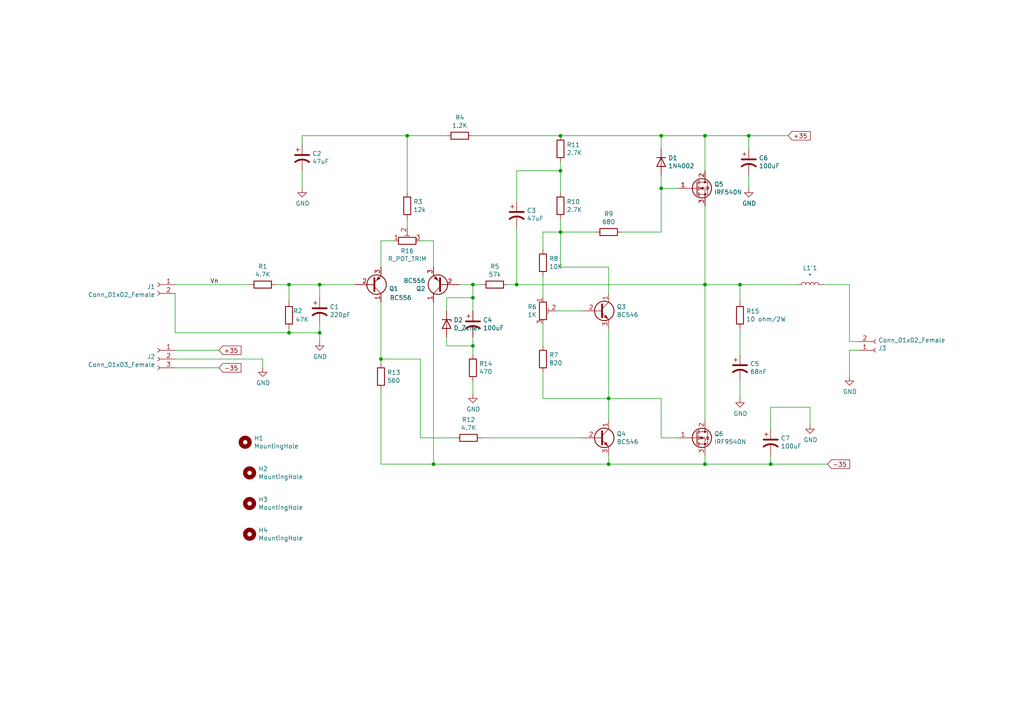
<source format=kicad_sch>
(kicad_sch (version 20211123) (generator eeschema)
  (paper "A4")
  (title_block (title "Sistema audio completo") (date "2022-04-08") (company "Prati Lucas"))
  (lib_symbols
    (symbol "Connector:Conn_01x02_Female" (pin_names (offset 1.016) hide)
      (property "Reference" "J" (at 0 2.54 0))
      (property "Value" "Conn_01x02_Female" (at 0 -5.08 0))
      (symbol "Conn_01x02_Female_1_1"
        (arc (start 0 -2.032) (mid -0.508 -2.54) (end 0 -3.048) (stroke (width 0.1524)))
        (polyline (pts (xy -1.27 -2.54) (xy -0.508 -2.54)) (stroke (width 0.1524)))
        (polyline (pts (xy -1.27 0) (xy -0.508 0)) (stroke (width 0.1524)))
        (arc (start 0 0.508) (mid -0.508 0) (end 0 -0.508) (stroke (width 0.1524)))
        (pin passive line (at -5.08 0 0) (length 3.81) (name "Pin_1") (number "1"))
        (pin passive line (at -5.08 -2.54 0) (length 3.81) (name "Pin_2") (number "2"))
      )
    )
    (symbol "Connector:Conn_01x03_Female" (pin_names (offset 1.016) hide)
      (property "Reference" "J" (at 0 5.08 0))
      (property "Value" "Conn_01x03_Female" (at 0 -5.08 0))
      (symbol "Conn_01x03_Female_1_1"
        (arc (start 0 -2.032) (mid -0.508 -2.54) (end 0 -3.048) (stroke (width 0.1524)))
        (polyline (pts (xy -1.27 -2.54) (xy -0.508 -2.54)) (stroke (width 0.1524)))
        (polyline (pts (xy -1.27 0) (xy -0.508 0)) (stroke (width 0.1524)))
        (polyline (pts (xy -1.27 2.54) (xy -0.508 2.54)) (stroke (width 0.1524)))
        (arc (start 0 0.508) (mid -0.508 0) (end 0 -0.508) (stroke (width 0.1524)))
        (arc (start 0 3.048) (mid -0.508 2.54) (end 0 2.032) (stroke (width 0.1524)))
        (pin passive line (at -5.08 2.54 0) (length 3.81) (name "Pin_1") (number "1"))
        (pin passive line (at -5.08 0 0) (length 3.81) (name "Pin_2") (number "2"))
        (pin passive line (at -5.08 -2.54 0) (length 3.81) (name "Pin_3") (number "3"))
      )
    )
    (symbol "Device:D_Zener" (pin_numbers hide) (pin_names (offset 1.016) hide)
      (property "Reference" "D" (at 0 2.54 0))
      (property "Value" "D_Zener" (at 0 -2.54 0))
      (symbol "D_Zener_0_1"
        (polyline (pts (xy 1.27 0) (xy -1.27 0)))
        (polyline (pts (xy -1.27 -1.27) (xy -1.27 1.27) (xy -0.762 1.27)) (stroke (width 0.254)))
        (polyline (pts (xy 1.27 -1.27) (xy 1.27 1.27) (xy -1.27 0) (xy 1.27 -1.27)) (stroke (width 0.254)))
      )
      (symbol "D_Zener_1_1"
        (pin passive line (at -3.81 0 0) (length 2.54) (name "K") (number "1"))
        (pin passive line (at 3.81 0 180) (length 2.54) (name "A") (number "2"))
      )
    )
    (symbol "Device:L" (pin_numbers hide) (pin_names (offset 1.016) hide)
      (property "Reference" "L" (at -1.27 0 90))
      (property "Value" "L" (at 1.905 0 90))
      (symbol "L_0_1"
        (arc (start 0 -2.54) (mid 0.635 -1.905) (end 0 -1.27))
        (arc (start 0 -1.27) (mid 0.635 -0.635) (end 0 0))
        (arc (start 0 0) (mid 0.635 0.635) (end 0 1.27))
        (arc (start 0 1.27) (mid 0.635 1.905) (end 0 2.54))
      )
      (symbol "L_1_1"
        (pin passive line (at 0 3.81 270) (length 1.27) (name "1") (number "1"))
        (pin passive line (at 0 -3.81 90) (length 1.27) (name "2") (number "2"))
      )
    )
    (symbol "Device:R" (pin_numbers hide) (pin_names (offset 0))
      (property "Reference" "R" (at 2.032 0 90))
      (property "Value" "R" (at 0 0 90))
      (symbol "R_0_1"
        (rectangle (start -1.016 -2.54) (end 1.016 2.54) (stroke (width 0.254)))
      )
      (symbol "R_1_1"
        (pin passive line (at 0 3.81 270) (length 1.27) (name "~") (number "1"))
        (pin passive line (at 0 -3.81 90) (length 1.27) (name "~") (number "2"))
      )
    )
    (symbol "Diode:1N4002" (pin_numbers hide) (pin_names hide)
      (property "Reference" "D" (at 0 2.54 0))
      (property "Value" "1N4002" (at 0 -2.54 0))
      (symbol "1N4002_0_1"
        (polyline (pts (xy -1.27 1.27) (xy -1.27 -1.27)) (stroke (width 0.254)))
        (polyline (pts (xy 1.27 0) (xy -1.27 0)))
        (polyline (pts (xy 1.27 1.27) (xy 1.27 -1.27) (xy -1.27 0) (xy 1.27 1.27)) (stroke (width 0.254)))
      )
      (symbol "1N4002_1_1"
        (pin passive line (at -3.81 0 0) (length 2.54) (name "K") (number "1"))
        (pin passive line (at 3.81 0 180) (length 2.54) (name "A") (number "2"))
      )
    )
    (symbol "Mechanical:MountingHole" (pin_names (offset 1.016))
      (property "Reference" "H" (at 0 5.08 0))
      (property "Value" "MountingHole" (at 0 3.175 0))
      (symbol "MountingHole_0_1"
        (circle (center 0 0) (radius 1.27) (stroke (width 1.27)))
      )
    )
    (symbol "Sistema-audio-completo-Prati-rescue:CP1-Device" (pin_numbers hide) (pin_names (offset 0.254) hide)
      (property "Reference" "C" (at 0.635 2.54 0))
      (property "Value" "CP1-Device" (at 0.635 -2.54 0))
      (symbol "CP1-Device_0_1"
        (polyline (pts (xy -2.032 0.762) (xy 2.032 0.762)) (stroke (width 0.508)))
        (polyline (pts (xy -1.778 2.286) (xy -0.762 2.286)))
        (polyline (pts (xy -1.27 1.778) (xy -1.27 2.794)))
        (arc (start 2.032 -1.27) (mid 0 -0.5572) (end -2.032 -1.27) (stroke (width 0.508)))
      )
      (symbol "CP1-Device_1_1"
        (pin passive line (at 0 3.81 270) (length 2.794) (name "~") (number "1"))
        (pin passive line (at 0 -3.81 90) (length 3.302) (name "~") (number "2"))
      )
    )
    (symbol "Sistema-audio-completo-Prati-rescue:R_POT_TRIM-Device" (pin_names (offset 1.016) hide)
      (property "Reference" "RV" (at -4.445 0 90))
      (property "Value" "R_POT_TRIM-Device" (at -2.54 0 90))
      (symbol "R_POT_TRIM-Device_0_1"
        (polyline (pts (xy 1.524 0.762) (xy 1.524 -0.762)))
        (polyline (pts (xy 2.54 0) (xy 1.524 0)))
        (rectangle (start 1.016 2.54) (end -1.016 -2.54) (stroke (width 0.254)))
      )
      (symbol "R_POT_TRIM-Device_1_1"
        (pin passive line (at 0 3.81 270) (length 1.27) (name "1") (number "1"))
        (pin passive line (at 3.81 0 180) (length 1.27) (name "2") (number "2"))
        (pin passive line (at 0 -3.81 90) (length 1.27) (name "3") (number "3"))
      )
    )
    (symbol "Transistor_BJT:BC546" (pin_names (offset 0) hide)
      (property "Reference" "Q" (at 5.08 1.905 0))
      (property "Value" "BC546" (at 5.08 0 0))
      (symbol "BC546_0_1"
        (polyline (pts (xy 0 0) (xy 0.635 0)))
        (polyline (pts (xy 0.635 0.635) (xy 2.54 2.54)))
        (polyline (pts (xy 0.635 -0.635) (xy 2.54 -2.54) (xy 2.54 -2.54)))
        (polyline (pts (xy 0.635 1.905) (xy 0.635 -1.905) (xy 0.635 -1.905)) (stroke (width 0.508)))
        (polyline (pts (xy 1.27 -1.778) (xy 1.778 -1.27) (xy 2.286 -2.286) (xy 1.27 -1.778) (xy 1.27 -1.778)) (fill (type outline)))
        (circle (center 1.27 0) (radius 2.8194) (stroke (width 0.254)))
      )
      (symbol "BC546_1_1"
        (pin passive line (at 2.54 5.08 270) (length 2.54) (name "C") (number "1"))
        (pin input line (at -5.08 0 0) (length 5.08) (name "B") (number "2"))
        (pin passive line (at 2.54 -5.08 90) (length 2.54) (name "E") (number "3"))
      )
    )
    (symbol "Transistor_BJT:BC556" (pin_names (offset 0) hide)
      (property "Reference" "Q" (at 5.08 1.905 0))
      (property "Value" "BC556" (at 5.08 0 0))
      (symbol "BC556_0_1"
        (polyline (pts (xy 0.635 0.635) (xy 2.54 2.54)))
        (polyline (pts (xy 0.635 -0.635) (xy 2.54 -2.54) (xy 2.54 -2.54)))
        (polyline (pts (xy 0.635 1.905) (xy 0.635 -1.905) (xy 0.635 -1.905)) (stroke (width 0.508)))
        (polyline (pts (xy 2.286 -1.778) (xy 1.778 -2.286) (xy 1.27 -1.27) (xy 2.286 -1.778) (xy 2.286 -1.778)) (fill (type outline)))
        (circle (center 1.27 0) (radius 2.8194) (stroke (width 0.254)))
      )
      (symbol "BC556_1_1"
        (pin passive line (at 2.54 5.08 270) (length 2.54) (name "C") (number "1"))
        (pin input line (at -5.08 0 0) (length 5.715) (name "B") (number "2"))
        (pin passive line (at 2.54 -5.08 90) (length 2.54) (name "E") (number "3"))
      )
    )
    (symbol "Transistor_FET:IRF540N" (pin_names hide)
      (property "Reference" "Q" (at 6.35 1.905 0))
      (property "Value" "IRF540N" (at 6.35 0 0))
      (symbol "IRF540N_0_1"
        (polyline (pts (xy 0.254 0) (xy -2.54 0)))
        (polyline (pts (xy 0.254 1.905) (xy 0.254 -1.905)) (stroke (width 0.254)))
        (polyline (pts (xy 0.762 -1.27) (xy 0.762 -2.286)) (stroke (width 0.254)))
        (polyline (pts (xy 0.762 0.508) (xy 0.762 -0.508)) (stroke (width 0.254)))
        (polyline (pts (xy 0.762 2.286) (xy 0.762 1.27)) (stroke (width 0.254)))
        (polyline (pts (xy 2.54 2.54) (xy 2.54 1.778)))
        (polyline (pts (xy 2.54 -2.54) (xy 2.54 0) (xy 0.762 0)))
        (polyline (pts (xy 0.762 -1.778) (xy 3.302 -1.778) (xy 3.302 1.778) (xy 0.762 1.778)))
        (polyline (pts (xy 1.016 0) (xy 2.032 0.381) (xy 2.032 -0.381) (xy 1.016 0)) (fill (type outline)))
        (polyline (pts (xy 2.794 0.508) (xy 2.921 0.381) (xy 3.683 0.381) (xy 3.81 0.254)))
        (polyline (pts (xy 3.302 0.381) (xy 2.921 -0.254) (xy 3.683 -0.254) (xy 3.302 0.381)))
        (circle (center 1.651 0) (radius 2.794) (stroke (width 0.254)))
        (circle (center 2.54 -1.778) (radius 0.254) (fill (type outline)))
        (circle (center 2.54 1.778) (radius 0.254) (fill (type outline)))
      )
      (symbol "IRF540N_1_1"
        (pin input line (at -5.08 0 0) (length 2.54) (name "G") (number "1"))
        (pin passive line (at 2.54 5.08 270) (length 2.54) (name "D") (number "2"))
        (pin passive line (at 2.54 -5.08 90) (length 2.54) (name "S") (number "3"))
      )
    )
    (symbol "Transistor_FET:IRF9540N" (pin_names hide)
      (property "Reference" "Q" (at 5.08 1.905 0))
      (property "Value" "IRF9540N" (at 5.08 0 0))
      (symbol "IRF9540N_0_1"
        (polyline (pts (xy 0.254 0) (xy -2.54 0)))
        (polyline (pts (xy 0.254 1.905) (xy 0.254 -1.905)) (stroke (width 0.254)))
        (polyline (pts (xy 0.762 -1.27) (xy 0.762 -2.286)) (stroke (width 0.254)))
        (polyline (pts (xy 0.762 0.508) (xy 0.762 -0.508)) (stroke (width 0.254)))
        (polyline (pts (xy 0.762 2.286) (xy 0.762 1.27)) (stroke (width 0.254)))
        (polyline (pts (xy 2.54 2.54) (xy 2.54 1.778)))
        (polyline (pts (xy 2.54 -2.54) (xy 2.54 0) (xy 0.762 0)))
        (polyline (pts (xy 0.762 1.778) (xy 3.302 1.778) (xy 3.302 -1.778) (xy 0.762 -1.778)))
        (polyline (pts (xy 2.286 0) (xy 1.27 0.381) (xy 1.27 -0.381) (xy 2.286 0)) (fill (type outline)))
        (polyline (pts (xy 2.794 -0.508) (xy 2.921 -0.381) (xy 3.683 -0.381) (xy 3.81 -0.254)))
        (polyline (pts (xy 3.302 -0.381) (xy 2.921 0.254) (xy 3.683 0.254) (xy 3.302 -0.381)))
        (circle (center 1.651 0) (radius 2.794) (stroke (width 0.254)))
        (circle (center 2.54 -1.778) (radius 0.254) (fill (type outline)))
        (circle (center 2.54 1.778) (radius 0.254) (fill (type outline)))
      )
      (symbol "IRF9540N_1_1"
        (pin input line (at -5.08 0 0) (length 2.54) (name "G") (number "1"))
        (pin passive line (at 2.54 5.08 270) (length 2.54) (name "D") (number "2"))
        (pin passive line (at 2.54 -5.08 90) (length 2.54) (name "S") (number "3"))
      )
    )
    (symbol "power:GND" (power) (pin_names (offset 0))
      (property "Value" "GND" (at 0 -3.81 0))
      (symbol "GND_0_1"
        (polyline (pts (xy 0 0) (xy 0 -1.27) (xy 1.27 -1.27) (xy 0 -2.54) (xy -1.27 -1.27) (xy 0 -1.27)))
      )
      (symbol "GND_1_1"
        (pin power_in line (at 0 0 270) (length 0) hide (name "GND") (number "1"))
      )
    )
  )
  (junction (at 176.53 134.62))
  (junction (at 191.77 39.37))
  (junction (at 92.71 96.52))
  (junction (at 125.73 134.62))
  (junction (at 223.52 134.62))
  (junction (at 118.11 39.37))
  (junction (at 137.16 100.33))
  (junction (at 83.82 82.55))
  (junction (at 162.56 39.37))
  (junction (at 204.47 134.62))
  (junction (at 83.82 96.52))
  (junction (at 204.47 39.37))
  (junction (at 217.17 39.37))
  (junction (at 110.49 104.14))
  (junction (at 92.71 82.55))
  (junction (at 137.16 82.55))
  (junction (at 191.77 54.61))
  (junction (at 176.53 115.57))
  (junction (at 162.56 67.31))
  (junction (at 137.16 86.36))
  (junction (at 214.63 82.55))
  (junction (at 204.47 82.55))
  (junction (at 162.56 49.53))
  (junction (at 149.86 82.55))
  (wire (pts (xy 137.16 86.36) (xy 137.16 90.17)))
  (wire (pts (xy 217.17 43.18) (xy 217.17 39.37)))
  (wire (pts (xy 63.5 106.68) (xy 50.8 106.68)))
  (wire (pts (xy 137.16 97.79) (xy 137.16 100.33)))
  (wire (pts (xy 50.8 104.14) (xy 76.2 104.14)))
  (wire (pts (xy 118.11 66.04) (xy 118.11 63.5)))
  (wire (pts (xy 162.56 67.31) (xy 172.72 67.31)))
  (wire (pts (xy 139.7 127) (xy 168.91 127)))
  (wire (pts (xy 110.49 69.85) (xy 110.49 77.47)))
  (wire (pts (xy 114.3 69.85) (xy 110.49 69.85)))
  (wire (pts (xy 76.2 104.14) (xy 76.2 106.68)))
  (wire (pts (xy 92.71 86.36) (xy 92.71 82.55)))
  (wire (pts (xy 217.17 50.8) (xy 217.17 54.61)))
  (wire (pts (xy 161.29 90.17) (xy 168.91 90.17)))
  (wire (pts (xy 176.53 121.92) (xy 176.53 115.57)))
  (wire (pts (xy 125.73 134.62) (xy 110.49 134.62)))
  (wire (pts (xy 110.49 104.14) (xy 110.49 105.41)))
  (wire (pts (xy 162.56 77.47) (xy 162.56 67.31)))
  (wire (pts (xy 246.38 101.6) (xy 246.38 109.22)))
  (wire (pts (xy 191.77 67.31) (xy 180.34 67.31)))
  (wire (pts (xy 50.8 96.52) (xy 50.8 85.09)))
  (wire (pts (xy 83.82 95.25) (xy 83.82 96.52)))
  (wire (pts (xy 176.53 85.09) (xy 176.53 77.47)))
  (wire (pts (xy 87.63 49.53) (xy 87.63 54.61)))
  (wire (pts (xy 191.77 54.61) (xy 191.77 67.31)))
  (wire (pts (xy 214.63 95.25) (xy 214.63 102.87)))
  (wire (pts (xy 87.63 41.91) (xy 87.63 39.37)))
  (wire (pts (xy 204.47 82.55) (xy 204.47 59.69)))
  (wire (pts (xy 162.56 49.53) (xy 162.56 46.99)))
  (wire (pts (xy 50.8 82.55) (xy 72.39 82.55)))
  (wire (pts (xy 83.82 82.55) (xy 83.82 87.63)))
  (wire (pts (xy 129.54 90.17) (xy 129.54 86.36)))
  (wire (pts (xy 246.38 99.06) (xy 246.38 82.55)))
  (wire (pts (xy 137.16 82.55) (xy 137.16 86.36)))
  (wire (pts (xy 204.47 39.37) (xy 191.77 39.37)))
  (wire (pts (xy 149.86 82.55) (xy 149.86 66.04)))
  (wire (pts (xy 223.52 118.11) (xy 234.95 118.11)))
  (wire (pts (xy 234.95 118.11) (xy 234.95 123.19)))
  (wire (pts (xy 191.77 115.57) (xy 176.53 115.57)))
  (wire (pts (xy 83.82 96.52) (xy 50.8 96.52)))
  (wire (pts (xy 214.63 82.55) (xy 231.14 82.55)))
  (wire (pts (xy 139.7 82.55) (xy 137.16 82.55)))
  (wire (pts (xy 162.56 55.88) (xy 162.56 49.53)))
  (wire (pts (xy 176.53 77.47) (xy 162.56 77.47)))
  (wire (pts (xy 157.48 72.39) (xy 157.48 67.31)))
  (wire (pts (xy 162.56 63.5) (xy 162.56 67.31)))
  (wire (pts (xy 50.8 101.6) (xy 63.5 101.6)))
  (wire (pts (xy 149.86 49.53) (xy 162.56 49.53)))
  (wire (pts (xy 129.54 86.36) (xy 137.16 86.36)))
  (wire (pts (xy 196.85 127) (xy 191.77 127)))
  (wire (pts (xy 157.48 80.01) (xy 157.48 86.36)))
  (wire (pts (xy 129.54 100.33) (xy 137.16 100.33)))
  (wire (pts (xy 217.17 39.37) (xy 204.47 39.37)))
  (wire (pts (xy 118.11 39.37) (xy 129.54 39.37)))
  (wire (pts (xy 223.52 134.62) (xy 204.47 134.62)))
  (wire (pts (xy 204.47 82.55) (xy 214.63 82.55)))
  (wire (pts (xy 176.53 95.25) (xy 176.53 115.57)))
  (wire (pts (xy 147.32 82.55) (xy 149.86 82.55)))
  (wire (pts (xy 137.16 110.49) (xy 137.16 114.3)))
  (wire (pts (xy 191.77 43.18) (xy 191.77 39.37)))
  (wire (pts (xy 110.49 87.63) (xy 110.49 104.14)))
  (wire (pts (xy 92.71 82.55) (xy 83.82 82.55)))
  (wire (pts (xy 228.6 39.37) (xy 217.17 39.37)))
  (wire (pts (xy 149.86 82.55) (xy 204.47 82.55)))
  (wire (pts (xy 248.92 101.6) (xy 246.38 101.6)))
  (wire (pts (xy 92.71 93.98) (xy 92.71 96.52)))
  (wire (pts (xy 121.92 69.85) (xy 125.73 69.85)))
  (wire (pts (xy 133.35 82.55) (xy 137.16 82.55)))
  (wire (pts (xy 137.16 39.37) (xy 162.56 39.37)))
  (wire (pts (xy 125.73 134.62) (xy 176.53 134.62)))
  (wire (pts (xy 191.77 50.8) (xy 191.77 54.61)))
  (wire (pts (xy 137.16 100.33) (xy 137.16 102.87)))
  (wire (pts (xy 223.52 132.08) (xy 223.52 134.62)))
  (wire (pts (xy 118.11 55.88) (xy 118.11 39.37)))
  (wire (pts (xy 149.86 58.42) (xy 149.86 49.53)))
  (wire (pts (xy 176.53 115.57) (xy 157.48 115.57)))
  (wire (pts (xy 191.77 127) (xy 191.77 115.57)))
  (wire (pts (xy 125.73 87.63) (xy 125.73 134.62)))
  (wire (pts (xy 157.48 67.31) (xy 162.56 67.31)))
  (wire (pts (xy 80.01 82.55) (xy 83.82 82.55)))
  (wire (pts (xy 214.63 115.57) (xy 214.63 110.49)))
  (wire (pts (xy 196.85 54.61) (xy 191.77 54.61)))
  (wire (pts (xy 204.47 121.92) (xy 204.47 82.55)))
  (wire (pts (xy 176.53 134.62) (xy 204.47 134.62)))
  (wire (pts (xy 214.63 87.63) (xy 214.63 82.55)))
  (wire (pts (xy 223.52 118.11) (xy 223.52 124.46)))
  (wire (pts (xy 125.73 77.47) (xy 125.73 69.85)))
  (wire (pts (xy 92.71 99.06) (xy 92.71 96.52)))
  (wire (pts (xy 121.92 127) (xy 121.92 104.14)))
  (wire (pts (xy 157.48 115.57) (xy 157.48 107.95)))
  (wire (pts (xy 204.47 132.08) (xy 204.47 134.62)))
  (wire (pts (xy 204.47 49.53) (xy 204.47 39.37)))
  (wire (pts (xy 92.71 96.52) (xy 83.82 96.52)))
  (wire (pts (xy 248.92 99.06) (xy 246.38 99.06)))
  (wire (pts (xy 121.92 104.14) (xy 110.49 104.14)))
  (wire (pts (xy 176.53 132.08) (xy 176.53 134.62)))
  (wire (pts (xy 129.54 97.79) (xy 129.54 100.33)))
  (wire (pts (xy 157.48 100.33) (xy 157.48 93.98)))
  (wire (pts (xy 110.49 134.62) (xy 110.49 113.03)))
  (wire (pts (xy 246.38 82.55) (xy 238.76 82.55)))
  (wire (pts (xy 87.63 39.37) (xy 118.11 39.37)))
  (wire (pts (xy 132.08 127) (xy 121.92 127)))
  (wire (pts (xy 191.77 39.37) (xy 162.56 39.37)))
  (wire (pts (xy 102.87 82.55) (xy 92.71 82.55)))
  (wire (pts (xy 240.03 134.62) (xy 223.52 134.62)))
  (label "Vn" (at 60.96 82.55 0))
  (global_label "-35" (shape input) (at 63.5 106.68 0) (property "Intersheet References" "${INTERSHEET_REFS}" (effects hide)))
  (global_label "-35" (shape input) (at 240.03 134.62 0) (property "Intersheet References" "${INTERSHEET_REFS}" (effects hide)))
  (global_label "+35" (shape input) (at 63.5 101.6 0) (property "Intersheet References" "${INTERSHEET_REFS}" (effects hide)))
  (global_label "+35" (shape input) (at 228.6 39.37 0) (property "Intersheet References" "${INTERSHEET_REFS}" (effects hide)))
  (symbol (lib_id "Connector:Conn_01x02_Female") (at 45.72 82.55 0) (mirror y) (unit 1)
    (property "Reference" "J1" (at 45.0088 83.1596 0) (effects (justify left)))
    (property "Value" "Conn_01x02_Female" (at 45.0088 85.471 0) (effects (justify left)))
    (property "Footprint" "Connector_JST:JST_NV_B02P-NV_1x02_P5.00mm_Vertical" (effects hide))
  )
  (symbol (lib_id "Connector:Conn_01x03_Female") (at 45.72 104.14 0) (mirror y) (unit 1)
    (property "Reference" "J2" (at 45.0088 103.4796 0) (effects (justify left)))
    (property "Value" "Conn_01x03_Female" (at 45.0088 105.791 0) (effects (justify left)))
    (property "Footprint" "Connector_JST:JST_NV_B03P-NV_1x03_P5.00mm_Vertical" (effects hide))
  )
  (symbol (lib_id "Device:R") (at 76.2 82.55 270) (unit 1)
    (property "Reference" "R1" (at 76.2 77.2922 90))
    (property "Value" "4.7K" (at 76.2 79.6036 90))
    (property "Footprint" "Resistor_THT:R_Axial_DIN0309_L9.0mm_D3.2mm_P12.70mm_Horizontal" (effects hide))
  )
  (symbol (lib_id "Device:R") (at 133.35 39.37 270) (unit 1)
    (property "Reference" "R4" (at 133.35 34.1122 90))
    (property "Value" "1.2K" (at 133.35 36.4236 90))
    (property "Footprint" "Resistor_THT:R_Axial_DIN0309_L9.0mm_D3.2mm_P12.70mm_Horizontal" (effects hide))
  )
  (symbol (lib_id "Device:R") (at 157.48 104.14 180) (unit 1)
    (property "Reference" "R7" (at 159.258 102.9716 0) (effects (justify right)))
    (property "Value" "820" (at 159.258 105.283 0) (effects (justify right)))
    (property "Footprint" "Resistor_THT:R_Axial_DIN0309_L9.0mm_D3.2mm_P12.70mm_Horizontal" (effects hide))
  )
  (symbol (lib_id "Device:R") (at 83.82 91.44 180) (unit 1)
    (property "Reference" "R2" (at 86.36 90.17 0))
    (property "Value" "47K" (at 87.63 92.71 0))
    (property "Footprint" "Resistor_THT:R_Axial_DIN0309_L9.0mm_D3.2mm_P12.70mm_Horizontal" (effects hide))
  )
  (symbol (lib_id "Device:R") (at 157.48 76.2 180) (unit 1)
    (property "Reference" "R8" (at 159.258 75.0316 0) (effects (justify right)))
    (property "Value" "10K" (at 159.258 77.343 0) (effects (justify right)))
    (property "Footprint" "Resistor_THT:R_Axial_DIN0309_L9.0mm_D3.2mm_P12.70mm_Horizontal" (effects hide))
  )
  (symbol (lib_id "Device:R") (at 135.89 127 270) (unit 1)
    (property "Reference" "R12" (at 135.89 121.7422 90))
    (property "Value" "4.7K" (at 135.89 124.0536 90))
    (property "Footprint" "Resistor_THT:R_Axial_DIN0309_L9.0mm_D3.2mm_P12.70mm_Horizontal" (effects hide))
  )
  (symbol (lib_id "Device:R") (at 162.56 43.18 180) (unit 1)
    (property "Reference" "R11" (at 164.338 42.0116 0) (effects (justify right)))
    (property "Value" "2.7K" (at 164.338 44.323 0) (effects (justify right)))
    (property "Footprint" "Resistor_THT:R_Axial_DIN0309_L9.0mm_D3.2mm_P12.70mm_Horizontal" (effects hide))
  )
  (symbol (lib_id "Device:R") (at 176.53 67.31 270) (unit 1)
    (property "Reference" "R9" (at 176.53 62.0522 90))
    (property "Value" "680" (at 176.53 64.3636 90))
    (property "Footprint" "Resistor_THT:R_Axial_DIN0309_L9.0mm_D3.2mm_P12.70mm_Horizontal" (effects hide))
  )
  (symbol (lib_id "Device:R") (at 143.51 82.55 270) (unit 1)
    (property "Reference" "R5" (at 143.51 77.2922 90))
    (property "Value" "57k" (at 143.51 79.6036 90))
    (property "Footprint" "Resistor_THT:R_Axial_DIN0309_L9.0mm_D3.2mm_P12.70mm_Horizontal" (effects hide))
  )
  (symbol (lib_id "Device:R") (at 118.11 59.69 0) (unit 1)
    (property "Reference" "R3" (at 119.888 58.5216 0) (effects (justify left)))
    (property "Value" "12k" (at 119.888 60.833 0) (effects (justify left)))
    (property "Footprint" "Resistor_THT:R_Axial_DIN0309_L9.0mm_D3.2mm_P12.70mm_Horizontal" (effects hide))
  )
  (symbol (lib_id "Device:R") (at 162.56 59.69 180) (unit 1)
    (property "Reference" "R10" (at 164.338 58.5216 0) (effects (justify right)))
    (property "Value" "2.7K" (at 164.338 60.833 0) (effects (justify right)))
    (property "Footprint" "Resistor_THT:R_Axial_DIN0309_L9.0mm_D3.2mm_P12.70mm_Horizontal" (effects hide))
  )
  (symbol (lib_id "Device:R") (at 110.49 109.22 180) (unit 1)
    (property "Reference" "R13" (at 112.268 108.0516 0) (effects (justify right)))
    (property "Value" "560" (at 112.268 110.363 0) (effects (justify right)))
    (property "Footprint" "Resistor_THT:R_Axial_DIN0309_L9.0mm_D3.2mm_P12.70mm_Horizontal" (effects hide))
  )
  (symbol (lib_id "Device:R") (at 137.16 106.68 180) (unit 1)
    (property "Reference" "R14" (at 138.938 105.5116 0) (effects (justify right)))
    (property "Value" "470" (at 138.938 107.823 0) (effects (justify right)))
    (property "Footprint" "Resistor_THT:R_Axial_DIN0309_L9.0mm_D3.2mm_P12.70mm_Horizontal" (effects hide))
  )
  (symbol (lib_id "Device:R") (at 214.63 91.44 180) (unit 1)
    (property "Reference" "R15" (at 216.408 90.2716 0) (effects (justify right)))
    (property "Value" "10 ohm/2W" (at 216.408 92.583 0) (effects (justify right)))
    (property "Footprint" "Resistor_THT:R_Axial_DIN0309_L9.0mm_D3.2mm_P12.70mm_Horizontal" (effects hide))
  )
  (symbol (lib_id "Transistor_BJT:BC546") (at 173.99 90.17 0) (unit 1)
    (property "Reference" "Q3" (at 178.8414 89.0016 0) (effects (justify left)))
    (property "Value" "BC546" (at 178.8414 91.313 0) (effects (justify left)))
    (property "Footprint" "Package_TO_SOT_THT:TO-92_Wide" (effects hide))
    (property "Datasheet" "https://www.onsemi.com/pub/Collateral/BC550-D.pdf" (effects hide))
  )
  (symbol (lib_id "Sistema-audio-completo-Prati-rescue:R_POT_TRIM-Device") (at 157.48 90.17 0) (unit 1)
    (property "Reference" "R6" (at 155.702 89.0016 0) (effects (justify right)))
    (property "Value" "1K" (at 155.702 91.313 0) (effects (justify right)))
    (property "Footprint" "Potentiometer_THT:Potentiometer_Bourns_3296X_Horizontal" (effects hide))
  )
  (symbol (lib_id "Transistor_BJT:BC556") (at 107.95 82.55 0) (mirror x) (unit 1)
    (property "Reference" "Q1" (at 112.8014 83.7184 0) (effects (justify left)))
    (property "Value" "BC556" (at 113.03 86.36 0) (effects (justify left)))
    (property "Footprint" "Package_TO_SOT_THT:TO-92_Wide" (effects hide))
    (property "Datasheet" "https://www.onsemi.com/pub/Collateral/BC556BTA-D.pdf" (effects hide))
  )
  (symbol (lib_id "Transistor_BJT:BC556") (at 128.27 82.55 180) (unit 1)
    (property "Reference" "Q2" (at 123.4186 83.7184 0) (effects (justify left)))
    (property "Value" "BC556" (at 123.4186 81.407 0) (effects (justify left)))
    (property "Footprint" "Package_TO_SOT_THT:TO-92_Wide" (effects hide))
    (property "Datasheet" "https://www.onsemi.com/pub/Collateral/BC556BTA-D.pdf" (effects hide))
  )
  (symbol (lib_id "Sistema-audio-completo-Prati-rescue:CP1-Device") (at 92.71 90.17 0) (unit 1)
    (property "Reference" "C1" (at 95.631 89.0016 0) (effects (justify left)))
    (property "Value" "220pF" (at 95.631 91.313 0) (effects (justify left)))
    (property "Footprint" "Capacitor_THT:C_Radial_D6.3mm_H5.0mm_P2.50mm" (effects hide))
  )
  (symbol (lib_id "Sistema-audio-completo-Prati-rescue:CP1-Device") (at 87.63 45.72 0) (unit 1)
    (property "Reference" "C2" (at 90.551 44.5516 0) (effects (justify left)))
    (property "Value" "47uF" (at 90.551 46.863 0) (effects (justify left)))
    (property "Footprint" "Capacitor_THT:C_Radial_D6.3mm_H5.0mm_P2.50mm" (effects hide))
  )
  (symbol (lib_id "power:GND") (at 87.63 54.61 0) (unit 1)
    (property "Reference" "#PWR01" (effects hide))
    (property "Value" "GND" (at 87.757 59.0042 0))
  )
  (symbol (lib_id "power:GND") (at 92.71 99.06 0) (unit 1)
    (property "Reference" "#PWR02" (effects hide))
    (property "Value" "GND" (at 92.837 103.4542 0))
  )
  (symbol (lib_id "Sistema-audio-completo-Prati-rescue:CP1-Device") (at 137.16 93.98 0) (unit 1)
    (property "Reference" "C4" (at 140.081 92.8116 0) (effects (justify left)))
    (property "Value" "100uF" (at 140.081 95.123 0) (effects (justify left)))
    (property "Footprint" "Capacitor_THT:C_Radial_D6.3mm_H5.0mm_P2.50mm" (effects hide))
  )
  (symbol (lib_id "power:GND") (at 137.16 114.3 0) (unit 1)
    (property "Reference" "#PWR03" (effects hide))
    (property "Value" "GND" (at 137.287 118.6942 0))
  )
  (symbol (lib_id "Sistema-audio-completo-Prati-rescue:CP1-Device") (at 149.86 62.23 0) (unit 1)
    (property "Reference" "C3" (at 152.781 61.0616 0) (effects (justify left)))
    (property "Value" "47uF" (at 152.781 63.373 0) (effects (justify left)))
    (property "Footprint" "Capacitor_THT:C_Radial_D6.3mm_H5.0mm_P2.50mm" (effects hide))
  )
  (symbol (lib_id "Transistor_FET:IRF540N") (at 201.93 54.61 0) (unit 1)
    (property "Reference" "Q5" (at 207.1116 53.4416 0) (effects (justify left)))
    (property "Value" "IRF540N" (at 207.1116 55.753 0) (effects (justify left)))
    (property "Footprint" "Package_TO_SOT_THT:TO-220-3_Vertical" (effects hide))
    (property "Datasheet" "http://www.irf.com/product-info/datasheets/data/irf540n.pdf" (effects hide))
  )
  (symbol (lib_id "Diode:1N4002") (at 191.77 46.99 270) (unit 1)
    (property "Reference" "D1" (at 193.802 45.8216 90) (effects (justify left)))
    (property "Value" "1N4002" (at 193.802 48.133 90) (effects (justify left)))
    (property "Footprint" "Diode_THT:D_DO-41_SOD81_P10.16mm_Horizontal" (effects hide))
    (property "Datasheet" "http://www.vishay.com/docs/88503/1n4001.pdf" (effects hide))
  )
  (symbol (lib_id "Sistema-audio-completo-Prati-rescue:CP1-Device") (at 217.17 46.99 0) (unit 1)
    (property "Reference" "C6" (at 220.091 45.8216 0) (effects (justify left)))
    (property "Value" "100uF" (at 220.091 48.133 0) (effects (justify left)))
    (property "Footprint" "Capacitor_THT:C_Radial_D6.3mm_H5.0mm_P2.50mm" (effects hide))
  )
  (symbol (lib_id "power:GND") (at 217.17 54.61 0) (unit 1)
    (property "Reference" "#PWR04" (effects hide))
    (property "Value" "GND" (at 217.297 59.0042 0))
  )
  (symbol (lib_id "Transistor_BJT:BC546") (at 173.99 127 0) (unit 1)
    (property "Reference" "Q4" (at 178.8414 125.8316 0) (effects (justify left)))
    (property "Value" "BC546" (at 178.8414 128.143 0) (effects (justify left)))
    (property "Footprint" "Package_TO_SOT_THT:TO-92_Wide" (effects hide))
    (property "Datasheet" "https://www.onsemi.com/pub/Collateral/BC550-D.pdf" (effects hide))
  )
  (symbol (lib_id "Sistema-audio-completo-Prati-rescue:CP1-Device") (at 214.63 106.68 0) (unit 1)
    (property "Reference" "C5" (at 217.551 105.5116 0) (effects (justify left)))
    (property "Value" "68nF" (at 217.551 107.823 0) (effects (justify left)))
    (property "Footprint" "Capacitor_THT:C_Radial_D6.3mm_H5.0mm_P2.50mm" (effects hide))
  )
  (symbol (lib_id "Transistor_FET:IRF9540N") (at 201.93 127 0) (unit 1)
    (property "Reference" "Q6" (at 207.1116 125.8316 0) (effects (justify left)))
    (property "Value" "IRF9540N" (at 207.1116 128.143 0) (effects (justify left)))
    (property "Footprint" "Package_TO_SOT_THT:TO-220-3_Vertical" (effects hide))
    (property "Datasheet" "http://www.irf.com/product-info/datasheets/data/irf9540n.pdf" (effects hide))
  )
  (symbol (lib_id "Connector:Conn_01x02_Female") (at 254 101.6 0) (mirror x) (unit 1)
    (property "Reference" "J3" (at 254.7112 100.9904 0) (effects (justify left)))
    (property "Value" "Conn_01x02_Female" (at 254.7112 98.679 0) (effects (justify left)))
    (property "Footprint" "Connector_JST:JST_NV_B02P-NV_1x02_P5.00mm_Vertical" (effects hide))
  )
  (symbol (lib_id "power:GND") (at 234.95 123.19 0) (unit 1)
    (property "Reference" "#PWR05" (effects hide))
    (property "Value" "GND" (at 235.077 127.5842 0))
  )
  (symbol (lib_id "Sistema-audio-completo-Prati-rescue:CP1-Device") (at 223.52 128.27 0) (unit 1)
    (property "Reference" "C7" (at 226.441 127.1016 0) (effects (justify left)))
    (property "Value" "100uF" (at 226.441 129.413 0) (effects (justify left)))
    (property "Footprint" "Capacitor_THT:C_Radial_D6.3mm_H5.0mm_P2.50mm" (effects hide))
  )
  (symbol (lib_id "power:GND") (at 214.63 115.57 0) (unit 1)
    (property "Reference" "#PWR06" (effects hide))
    (property "Value" "GND" (at 214.757 119.9642 0))
  )
  (symbol (lib_id "power:GND") (at 246.38 109.22 0) (unit 1)
    (property "Reference" "#PWR07" (effects hide))
    (property "Value" "GND" (at 246.507 113.6142 0))
  )
  (symbol (lib_id "Device:L") (at 234.95 82.55 90) (unit 1)
    (property "Reference" "L1'1" (at 234.95 77.724 90))
    (property "Value" "*" (at 234.95 80.0354 90))
    (property "Footprint" "Inductor_THT:L_Axial_L20.3mm_D12.7mm_P25.40mm_Horizontal_Vishay_IHA-201" (effects hide))
  )
  (symbol (lib_id "power:GND") (at 76.2 106.68 0) (unit 1)
    (property "Reference" "#PWR0101" (effects hide))
    (property "Value" "GND" (at 76.327 111.0742 0))
  )
  (symbol (lib_id "Mechanical:MountingHole") (at 71.12 128.27 0) (unit 1)
    (property "Reference" "H1" (at 73.66 127.1016 0) (effects (justify left)))
    (property "Value" "MountingHole" (at 73.66 129.413 0) (effects (justify left)))
    (property "Footprint" "MountingHole:MountingHole_3.2mm_M3" (effects hide))
  )
  (symbol (lib_id "Mechanical:MountingHole") (at 72.39 137.16 0) (unit 1)
    (property "Reference" "H2" (at 74.93 135.9916 0) (effects (justify left)))
    (property "Value" "MountingHole" (at 74.93 138.303 0) (effects (justify left)))
    (property "Footprint" "MountingHole:MountingHole_3.2mm_M3" (effects hide))
  )
  (symbol (lib_id "Mechanical:MountingHole") (at 72.39 154.94 0) (unit 1)
    (property "Reference" "H4" (at 74.93 153.7716 0) (effects (justify left)))
    (property "Value" "MountingHole" (at 74.93 156.083 0) (effects (justify left)))
    (property "Footprint" "MountingHole:MountingHole_3.2mm_M3" (effects hide))
  )
  (symbol (lib_id "Mechanical:MountingHole") (at 72.39 146.05 0) (unit 1)
    (property "Reference" "H3" (at 74.93 144.8816 0) (effects (justify left)))
    (property "Value" "MountingHole" (at 74.93 147.193 0) (effects (justify left)))
    (property "Footprint" "MountingHole:MountingHole_3.2mm_M3" (effects hide))
  )
  (symbol (lib_id "Device:D_Zener") (at 129.54 93.98 270) (unit 1)
    (property "Reference" "D2" (at 131.572 92.8116 90) (effects (justify left)))
    (property "Value" "D_Zener" (at 131.572 95.123 90) (effects (justify left)))
    (property "Footprint" "Diode_THT:D_DO-41_SOD81_P10.16mm_Horizontal" (effects hide))
  )
  (symbol (lib_id "Sistema-audio-completo-Prati-rescue:R_POT_TRIM-Device") (at 118.11 69.85 90) (unit 1)
    (property "Reference" "R16" (at 118.11 72.771 90))
    (property "Value" "R_POT_TRIM" (at 118.11 75.0824 90))
    (property "Footprint" "Potentiometer_THT:Potentiometer_Bourns_3296X_Horizontal" (effects hide))
  )
)
</source>
